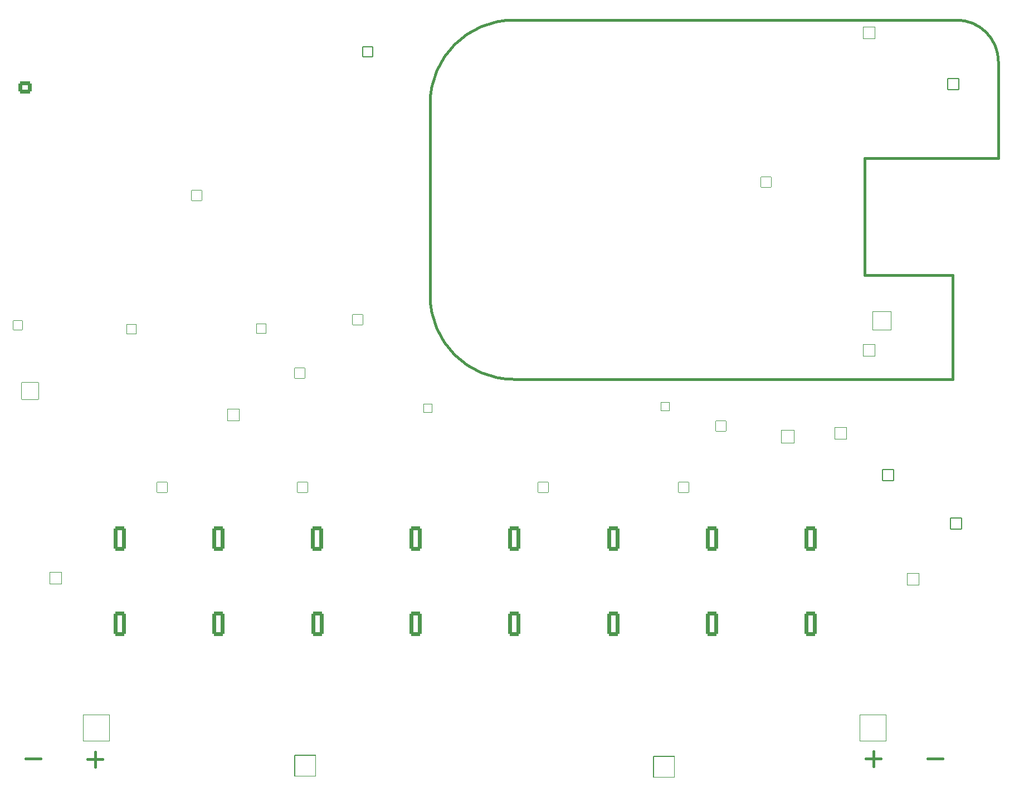
<source format=gbr>
%TF.GenerationSoftware,KiCad,Pcbnew,(6.0.7)*%
%TF.CreationDate,2022-08-24T09:28:26-04:00*%
%TF.ProjectId,BBB_16,4242425f-3136-42e6-9b69-6361645f7063,v2.2*%
%TF.SameCoordinates,Original*%
%TF.FileFunction,Legend,Bot*%
%TF.FilePolarity,Positive*%
%FSLAX46Y46*%
G04 Gerber Fmt 4.6, Leading zero omitted, Abs format (unit mm)*
G04 Created by KiCad (PCBNEW (6.0.7)) date 2022-08-24 09:28:26*
%MOMM*%
%LPD*%
G01*
G04 APERTURE LIST*
G04 Aperture macros list*
%AMRoundRect*
0 Rectangle with rounded corners*
0 $1 Rounding radius*
0 $2 $3 $4 $5 $6 $7 $8 $9 X,Y pos of 4 corners*
0 Add a 4 corners polygon primitive as box body*
4,1,4,$2,$3,$4,$5,$6,$7,$8,$9,$2,$3,0*
0 Add four circle primitives for the rounded corners*
1,1,$1+$1,$2,$3*
1,1,$1+$1,$4,$5*
1,1,$1+$1,$6,$7*
1,1,$1+$1,$8,$9*
0 Add four rect primitives between the rounded corners*
20,1,$1+$1,$2,$3,$4,$5,0*
20,1,$1+$1,$4,$5,$6,$7,0*
20,1,$1+$1,$6,$7,$8,$9,0*
20,1,$1+$1,$8,$9,$2,$3,0*%
G04 Aperture macros list end*
%ADD10C,0.400000*%
%ADD11C,0.381000*%
%ADD12C,1.702000*%
%ADD13C,2.577000*%
%ADD14RoundRect,0.301000X-0.650000X-1.550000X0.650000X-1.550000X0.650000X1.550000X-0.650000X1.550000X0*%
%ADD15O,1.902000X3.702000*%
%ADD16RoundRect,0.051000X1.600000X-1.600000X1.600000X1.600000X-1.600000X1.600000X-1.600000X-1.600000X0*%
%ADD17O,3.302000X3.302000*%
%ADD18RoundRect,0.051000X-0.800000X-0.800000X0.800000X-0.800000X0.800000X0.800000X-0.800000X0.800000X0*%
%ADD19O,1.702000X1.702000*%
%ADD20RoundRect,0.051000X-0.850000X0.850000X-0.850000X-0.850000X0.850000X-0.850000X0.850000X0.850000X0*%
%ADD21O,1.802000X1.802000*%
%ADD22C,3.802000*%
%ADD23C,5.000000*%
%ADD24C,1.802000*%
%ADD25RoundRect,0.051000X-0.900000X0.900000X-0.900000X-0.900000X0.900000X-0.900000X0.900000X0.900000X0*%
%ADD26C,1.902000*%
%ADD27RoundRect,0.051000X-0.900000X-0.900000X0.900000X-0.900000X0.900000X0.900000X-0.900000X0.900000X0*%
%ADD28RoundRect,0.051000X1.400000X1.400000X-1.400000X1.400000X-1.400000X-1.400000X1.400000X-1.400000X0*%
%ADD29O,2.902000X2.902000*%
%ADD30C,2.102000*%
%ADD31RoundRect,0.051000X-0.647700X0.647700X-0.647700X-0.647700X0.647700X-0.647700X0.647700X0.647700X0*%
%ADD32C,1.397400*%
%ADD33RoundRect,0.051000X0.800000X0.800000X-0.800000X0.800000X-0.800000X-0.800000X0.800000X-0.800000X0*%
%ADD34C,3.302000*%
%ADD35RoundRect,0.051000X0.750000X0.750000X-0.750000X0.750000X-0.750000X-0.750000X0.750000X-0.750000X0*%
%ADD36C,1.602000*%
%ADD37RoundRect,0.051000X2.000000X2.000000X-2.000000X2.000000X-2.000000X-2.000000X2.000000X-2.000000X0*%
%ADD38C,4.102000*%
%ADD39RoundRect,0.051000X-2.000000X-2.000000X2.000000X-2.000000X2.000000X2.000000X-2.000000X2.000000X0*%
%ADD40RoundRect,0.051000X0.765000X0.765000X-0.765000X0.765000X-0.765000X-0.765000X0.765000X-0.765000X0*%
%ADD41C,1.632000*%
%ADD42C,4.674000*%
%ADD43RoundRect,0.301000X-0.725000X0.600000X-0.725000X-0.600000X0.725000X-0.600000X0.725000X0.600000X0*%
%ADD44O,2.052000X1.802000*%
%ADD45C,2.006000*%
%ADD46RoundRect,0.051000X-0.850000X-0.850000X0.850000X-0.850000X0.850000X0.850000X-0.850000X0.850000X0*%
%ADD47RoundRect,0.051000X-1.300000X1.300000X-1.300000X-1.300000X1.300000X-1.300000X1.300000X1.300000X0*%
%ADD48C,2.702000*%
%ADD49RoundRect,0.051000X0.700000X-0.700000X0.700000X0.700000X-0.700000X0.700000X-0.700000X-0.700000X0*%
%ADD50C,1.502000*%
%ADD51RoundRect,0.051000X0.800000X-0.800000X0.800000X0.800000X-0.800000X0.800000X-0.800000X-0.800000X0*%
%ADD52RoundRect,0.051000X1.000000X1.000000X-1.000000X1.000000X-1.000000X-1.000000X1.000000X-1.000000X0*%
%ADD53C,1.626000*%
G04 APERTURE END LIST*
D10*
X-126293058Y-20482014D02*
X-124007343Y-20482014D01*
X-116893058Y-20582014D02*
X-114607343Y-20582014D01*
X-115750200Y-19439157D02*
X-115750200Y-21724871D01*
X10806942Y-20482014D02*
X13092657Y-20482014D01*
X1406942Y-20482014D02*
X3692657Y-20482014D01*
X2549800Y-19339157D02*
X2549800Y-21624871D01*
D11*
%TO.C,U1*%
X-64830200Y79108700D02*
X-64830200Y49898700D01*
X21529800Y85458700D02*
X21529800Y84188700D01*
X21529800Y70853700D02*
X21529800Y71234700D01*
X14544800Y52692700D02*
X14544800Y53073700D01*
X1209800Y70853700D02*
X21529800Y70853700D01*
X1209800Y53073700D02*
X1209800Y70853700D01*
X-52130200Y37198700D02*
X14544800Y37198700D01*
X14544800Y53073700D02*
X1209800Y53073700D01*
X-52130200Y91808700D02*
X15179800Y91808700D01*
X14544800Y37198700D02*
X14544800Y52692700D01*
X21529800Y71234700D02*
X21529800Y84188700D01*
X-64830200Y49898700D02*
G75*
G03*
X-52130200Y37198700I12700000J0D01*
G01*
X21529800Y85458700D02*
G75*
G03*
X15179800Y91808700I-6350000J0D01*
G01*
X-52130200Y91808700D02*
G75*
G03*
X-64830200Y79108700I0J-12700000D01*
G01*
%TD*%
%LPC*%
D12*
%TO.C,C4*%
X-61076200Y26479700D03*
X-61076200Y31479700D03*
%TD*%
D13*
%TO.C,F18*%
X-126834600Y-5635100D03*
X-126834600Y-1935100D03*
X-126834600Y2564900D03*
X-126834600Y6264900D03*
%TD*%
D14*
%TO.C,J2*%
X-112017200Y3500D03*
D15*
X-108517200Y3500D03*
X-105017200Y3500D03*
%TD*%
D14*
%TO.C,J5*%
X-82017200Y13003500D03*
D15*
X-78517200Y13003500D03*
X-75017200Y13003500D03*
%TD*%
D14*
%TO.C,J6*%
X-81902858Y3500D03*
D15*
X-78402858Y3500D03*
X-74902858Y3500D03*
%TD*%
D14*
%TO.C,J7*%
X-67017200Y13003500D03*
D15*
X-63517200Y13003500D03*
X-60017200Y13003500D03*
%TD*%
D14*
%TO.C,J8*%
X-67017200Y3500D03*
D15*
X-63517200Y3500D03*
X-60017200Y3500D03*
%TD*%
D14*
%TO.C,J9*%
X-52017200Y13003500D03*
D15*
X-48517200Y13003500D03*
X-45017200Y13003500D03*
%TD*%
D14*
%TO.C,J10*%
X-52017200Y3500D03*
D15*
X-48517200Y3500D03*
X-45017200Y3500D03*
%TD*%
D14*
%TO.C,J11*%
X-37017200Y13003500D03*
D15*
X-33517200Y13003500D03*
X-30017200Y13003500D03*
%TD*%
D14*
%TO.C,J12*%
X-37017200Y3500D03*
D15*
X-33517200Y3500D03*
X-30017200Y3500D03*
%TD*%
D14*
%TO.C,J13*%
X-22017200Y13003500D03*
D15*
X-18517200Y13003500D03*
X-15017200Y13003500D03*
%TD*%
D14*
%TO.C,J14*%
X-22017200Y3500D03*
D15*
X-18517200Y3500D03*
X-15017200Y3500D03*
%TD*%
D14*
%TO.C,J15*%
X-7017200Y13003500D03*
D15*
X-3517200Y13003500D03*
X-17200Y13003500D03*
%TD*%
D14*
%TO.C,J16*%
X-7017200Y3500D03*
D15*
X-3517200Y3500D03*
X-17200Y3500D03*
%TD*%
D13*
%TO.C,F1*%
X-106894600Y-20685100D03*
X-106894600Y-16985100D03*
X-106894600Y-12485100D03*
X-106894600Y-8785100D03*
%TD*%
%TO.C,F7*%
X-65324600Y-20695100D03*
X-65324600Y-16995100D03*
X-65324600Y-12495100D03*
X-65324600Y-8795100D03*
%TD*%
%TO.C,F14*%
X-17564100Y-20760100D03*
X-17564100Y-17060100D03*
X-17564100Y-12560100D03*
X-17564100Y-8860100D03*
%TD*%
D16*
%TO.C,D2*%
X-29269600Y-21701500D03*
D17*
X-29269600Y-9001500D03*
%TD*%
D12*
%TO.C,C3*%
X-24754200Y26479700D03*
X-24754200Y31479700D03*
%TD*%
D13*
%TO.C,F2*%
X-101149600Y-20700100D03*
X-101149600Y-17000100D03*
X-101149600Y-12500100D03*
X-101149600Y-8800100D03*
%TD*%
%TO.C,F6*%
X-71444600Y-20695100D03*
X-71444600Y-16995100D03*
X-71444600Y-12495100D03*
X-71444600Y-8795100D03*
%TD*%
%TO.C,F8*%
X-59324100Y-20695100D03*
X-59324100Y-16995100D03*
X-59324100Y-12495100D03*
X-59324100Y-8795100D03*
%TD*%
%TO.C,F9*%
X-53114600Y-20695100D03*
X-53114600Y-16995100D03*
X-53114600Y-12495100D03*
X-53114600Y-8795100D03*
%TD*%
%TO.C,F10*%
X-47054600Y-20695100D03*
X-47054600Y-16995100D03*
X-47054600Y-12495100D03*
X-47054600Y-8795100D03*
%TD*%
%TO.C,F16*%
X-6388100Y-20760100D03*
X-6388100Y-17060100D03*
X-6388100Y-12560100D03*
X-6388100Y-8860100D03*
%TD*%
%TO.C,F5*%
X-77604600Y-20695100D03*
X-77604600Y-16995100D03*
X-77604600Y-12495100D03*
X-77604600Y-8795100D03*
%TD*%
%TO.C,F3*%
X-95549600Y-20700100D03*
X-95549600Y-17000100D03*
X-95549600Y-12500100D03*
X-95549600Y-8800100D03*
%TD*%
%TO.C,F13*%
X-23269600Y-20760100D03*
X-23269600Y-17060100D03*
X-23269600Y-12560100D03*
X-23269600Y-8860100D03*
%TD*%
D18*
%TO.C,RN1*%
X-105555700Y20789900D03*
D19*
X-103015700Y20789900D03*
X-100475700Y20789900D03*
X-97935700Y20789900D03*
X-95395700Y20789900D03*
X-92855700Y20789900D03*
X-90315700Y20789900D03*
X-87775700Y20789900D03*
%TD*%
D13*
%TO.C,F11*%
X-41174600Y-20695100D03*
X-41174600Y-16995100D03*
X-41174600Y-12495100D03*
X-41174600Y-8795100D03*
%TD*%
D18*
%TO.C,RN3*%
X-47631000Y20789900D03*
D19*
X-45091000Y20789900D03*
X-42551000Y20789900D03*
X-40011000Y20789900D03*
X-37471000Y20789900D03*
X-34931000Y20789900D03*
X-32391000Y20789900D03*
X-29851000Y20789900D03*
%TD*%
D18*
%TO.C,RN4*%
X-26304600Y20789900D03*
D19*
X-23764600Y20789900D03*
X-21224600Y20789900D03*
X-18684600Y20789900D03*
X-16144600Y20789900D03*
X-13604600Y20789900D03*
X-11064600Y20789900D03*
X-8524600Y20789900D03*
%TD*%
D18*
%TO.C,RN2*%
X-84264500Y20789900D03*
D19*
X-81724500Y20789900D03*
X-79184500Y20789900D03*
X-76644500Y20789900D03*
X-74104500Y20789900D03*
X-71564500Y20789900D03*
X-69024500Y20789900D03*
X-66484500Y20789900D03*
%TD*%
D13*
%TO.C,F4*%
X-89949600Y-20700100D03*
X-89949600Y-17000100D03*
X-89949600Y-12500100D03*
X-89949600Y-8800100D03*
%TD*%
D14*
%TO.C,J1*%
X-112017200Y13003500D03*
D15*
X-108517200Y13003500D03*
X-105017200Y13003500D03*
%TD*%
D14*
%TO.C,J3*%
X-97017200Y13003500D03*
D15*
X-93517200Y13003500D03*
X-90017200Y13003500D03*
%TD*%
D14*
%TO.C,J4*%
X-97017200Y3500D03*
D15*
X-93517200Y3500D03*
X-90017200Y3500D03*
%TD*%
D16*
%TO.C,D1*%
X-83784600Y-21565100D03*
D17*
X-83784600Y-8865100D03*
%TD*%
D12*
%TO.C,R1*%
X-114400200Y67503700D03*
D19*
X-114400200Y75123700D03*
%TD*%
D12*
%TO.C,R2*%
X-110700200Y70203700D03*
D19*
X-110700200Y77823700D03*
%TD*%
D20*
%TO.C,J25*%
X14649800Y82103700D03*
D21*
X12109800Y82103700D03*
X9569800Y82103700D03*
X7029800Y82103700D03*
X4489800Y82103700D03*
%TD*%
D13*
%TO.C,F15*%
X-11976100Y-20760100D03*
X-11976100Y-17060100D03*
X-11976100Y-12560100D03*
X-11976100Y-8860100D03*
%TD*%
%TO.C,F12*%
X-35356100Y-20695100D03*
X-35356100Y-16995100D03*
X-35356100Y-12495100D03*
X-35356100Y-8795100D03*
%TD*%
D22*
%TO.C,REF\u002A\u002A*%
X-119689600Y63284900D03*
%TD*%
%TO.C,REF\u002A\u002A*%
X-94589600Y63284900D03*
%TD*%
D23*
%TO.C,J26*%
X-19000200Y66303700D03*
X-42300200Y66303700D03*
D24*
X-34450200Y65803700D03*
X-31950200Y65803700D03*
X-29350200Y65803700D03*
X-26850200Y65803700D03*
%TD*%
D25*
%TO.C,D5*%
X-121747000Y6999500D03*
D26*
X-121747000Y4459500D03*
%TD*%
D25*
%TO.C,D6*%
X8605000Y6772500D03*
D26*
X8605000Y4232500D03*
%TD*%
D22*
%TO.C,REF\u002A\u002A*%
X-119989600Y12484900D03*
%TD*%
D12*
%TO.C,R4*%
X-122178800Y1411500D03*
D19*
X-122178800Y-6208500D03*
%TD*%
D12*
%TO.C,R5*%
X8427200Y1387700D03*
D19*
X8427200Y-6232300D03*
%TD*%
D27*
%TO.C,D4*%
X-94700300Y31807600D03*
D26*
X-92160300Y31807600D03*
%TD*%
D13*
%TO.C,F17*%
X13649800Y-5846300D03*
X13649800Y-2146300D03*
X13649800Y2353700D03*
X13649800Y6053700D03*
%TD*%
D12*
%TO.C,R7*%
X-6273460Y53243000D03*
D19*
X-13893460Y53243000D03*
%TD*%
D12*
%TO.C,C5*%
X-100450200Y62153700D03*
X-105450200Y62153700D03*
%TD*%
D28*
%TO.C,D3*%
X3829800Y46103700D03*
D29*
X-6330200Y46103700D03*
%TD*%
D30*
%TO.C,SW5*%
X-6750200Y83403700D03*
X-13250200Y83403700D03*
X-6750200Y78903700D03*
X-13250200Y78903700D03*
%TD*%
D31*
%TO.C,U4*%
X-29072200Y33083700D03*
D32*
X-31612200Y33083700D03*
X-34152200Y33083700D03*
X-36692200Y33083700D03*
X-39232200Y33083700D03*
X-41772200Y33083700D03*
X-44312200Y33083700D03*
X-46852200Y33083700D03*
X-49392200Y33083700D03*
X-51932200Y33083700D03*
X-51932200Y25463700D03*
X-49392200Y25463700D03*
X-46852200Y25463700D03*
X-44312200Y25463700D03*
X-41772200Y25463700D03*
X-39232200Y25463700D03*
X-36692200Y25463700D03*
X-34152200Y25463700D03*
X-31612200Y25463700D03*
X-29072200Y25463700D03*
%TD*%
D12*
%TO.C,C6*%
X-6191920Y70034500D03*
X-11191920Y70034500D03*
%TD*%
%TO.C,R6*%
X-6273460Y56343000D03*
D19*
X-13893460Y56343000D03*
%TD*%
D18*
%TO.C,U6*%
X-13773460Y67143000D03*
D19*
X-13773460Y64603000D03*
X-13773460Y62063000D03*
X-13773460Y59523000D03*
X-6153460Y59523000D03*
X-6153460Y62063000D03*
X-6153460Y64603000D03*
X-6153460Y67143000D03*
%TD*%
D31*
%TO.C,U3*%
X-65140200Y32829700D03*
D32*
X-67680200Y32829700D03*
X-70220200Y32829700D03*
X-72760200Y32829700D03*
X-75300200Y32829700D03*
X-77840200Y32829700D03*
X-80380200Y32829700D03*
X-82920200Y32829700D03*
X-85460200Y32829700D03*
X-88000200Y32829700D03*
X-88000200Y25209700D03*
X-85460200Y25209700D03*
X-82920200Y25209700D03*
X-80380200Y25209700D03*
X-77840200Y25209700D03*
X-75300200Y25209700D03*
X-72760200Y25209700D03*
X-70220200Y25209700D03*
X-67680200Y25209700D03*
X-65140200Y25209700D03*
%TD*%
D33*
%TO.C,U5*%
X-100300200Y65153700D03*
D19*
X-100300200Y67693700D03*
X-100300200Y70233700D03*
X-100300200Y72773700D03*
X-107920200Y72773700D03*
X-107920200Y70233700D03*
X-107920200Y67693700D03*
X-107920200Y65153700D03*
%TD*%
D30*
%TO.C,SW3*%
X-33250200Y49903700D03*
X-26750200Y49903700D03*
X-26750200Y45403700D03*
X-33250200Y45403700D03*
%TD*%
D34*
%TO.C,J20*%
X-108980200Y51153700D03*
X-120410200Y51153700D03*
D35*
X-110250200Y44803700D03*
D36*
X-111520200Y42263700D03*
X-112790200Y44803700D03*
X-114060200Y42263700D03*
X-115330200Y44803700D03*
X-116600200Y42263700D03*
X-117870200Y44803700D03*
X-119140200Y42263700D03*
%TD*%
D12*
%TO.C,C7*%
X-83450200Y42903700D03*
X-78450200Y42903700D03*
%TD*%
D37*
%TO.C,J17*%
X-115550200Y-15796300D03*
D38*
X-125050200Y-15796300D03*
%TD*%
D39*
%TO.C,J18*%
X2449800Y-15796300D03*
D38*
X11949800Y-15796300D03*
%TD*%
D34*
%TO.C,J21*%
X-89180200Y51253700D03*
X-100610200Y51253700D03*
D35*
X-90450200Y44903700D03*
D36*
X-91720200Y42363700D03*
X-92990200Y44903700D03*
X-94260200Y42363700D03*
X-95530200Y44903700D03*
X-96800200Y42363700D03*
X-98070200Y44903700D03*
X-99340200Y42363700D03*
%TD*%
D33*
%TO.C,RN5*%
X-84650200Y38103700D03*
D19*
X-87190200Y38103700D03*
X-89730200Y38103700D03*
X-92270200Y38103700D03*
X-94810200Y38103700D03*
X-97350200Y38103700D03*
X-99890200Y38103700D03*
X-102430200Y38103700D03*
%TD*%
D33*
%TO.C,U7*%
X-75850200Y46303700D03*
D19*
X-75850200Y48843700D03*
X-75850200Y51383700D03*
X-75850200Y53923700D03*
X-75850200Y56463700D03*
X-75850200Y59003700D03*
X-75850200Y61543700D03*
X-75850200Y64083700D03*
X-83470200Y64083700D03*
X-83470200Y61543700D03*
X-83470200Y59003700D03*
X-83470200Y56463700D03*
X-83470200Y53923700D03*
X-83470200Y51383700D03*
X-83470200Y48843700D03*
X-83470200Y46303700D03*
%TD*%
D40*
%TO.C,J24*%
X-74280200Y86973700D03*
D41*
X-74280200Y84433700D03*
X-76820200Y86973700D03*
X-76820200Y84433700D03*
X-79360200Y86973700D03*
X-79360200Y84433700D03*
X-81900200Y86973700D03*
X-81900200Y84433700D03*
X-84440200Y86973700D03*
X-84440200Y84433700D03*
X-86980200Y86973700D03*
X-86980200Y84433700D03*
X-89520200Y86973700D03*
X-89520200Y84433700D03*
X-92060200Y86973700D03*
X-92060200Y84433700D03*
X-94600200Y86973700D03*
X-94600200Y84433700D03*
X-97140200Y86973700D03*
X-97140200Y84433700D03*
X-99680200Y86973700D03*
X-99680200Y84433700D03*
X-102220200Y86973700D03*
X-102220200Y84433700D03*
%TD*%
D27*
%TO.C,U1*%
X1844800Y41643700D03*
D26*
X1844800Y39103700D03*
X-695200Y41643700D03*
X-695200Y39103700D03*
X-3235200Y41643700D03*
X-3235200Y39103700D03*
X-5775200Y41643700D03*
X-5775200Y39103700D03*
X-8315200Y41643700D03*
X-8315200Y39103700D03*
X-10855200Y41643700D03*
X-10855200Y39103700D03*
X-13395200Y41643700D03*
X-13395200Y39103700D03*
X-15935200Y41643700D03*
X-15935200Y39103700D03*
X-18475200Y41643700D03*
X-18475200Y39103700D03*
X-21015200Y41643700D03*
X-21015200Y39103700D03*
X-23555200Y41643700D03*
X-23555200Y39103700D03*
X-26095200Y41643700D03*
X-26095200Y39103700D03*
X-28635200Y41643700D03*
X-28635200Y39103700D03*
X-31175200Y41643700D03*
X-31175200Y39103700D03*
X-33715200Y41643700D03*
X-33715200Y39103700D03*
X-36255200Y41643700D03*
X-36255200Y39103700D03*
X-38795200Y41643700D03*
X-38795200Y39103700D03*
X-41335200Y41643700D03*
X-41335200Y39103700D03*
X-43875200Y41643700D03*
X-43875200Y39103700D03*
X-46415200Y41643700D03*
X-46415200Y39103700D03*
X-48955200Y41643700D03*
X-48955200Y39103700D03*
X-51495200Y41643700D03*
X-51495200Y39103700D03*
X-54035200Y41643700D03*
X-54035200Y39103700D03*
D27*
X1844800Y89903700D03*
D26*
X1844800Y87363700D03*
X-695200Y89903700D03*
X-695200Y87363700D03*
X-3235200Y89903700D03*
X-3235200Y87363700D03*
X-5775200Y89903700D03*
X-5775200Y87363700D03*
X-8315200Y89903700D03*
X-8315200Y87363700D03*
X-10855200Y89903700D03*
X-10855200Y87363700D03*
X-13395200Y89903700D03*
X-13395200Y87363700D03*
X-15935200Y89903700D03*
X-15935200Y87363700D03*
X-18475200Y89903700D03*
X-18475200Y87363700D03*
X-21015200Y89903700D03*
X-21015200Y87363700D03*
X-23555200Y89903700D03*
X-23555200Y87363700D03*
X-26095200Y89903700D03*
X-26095200Y87363700D03*
X-28635200Y89903700D03*
X-28635200Y87363700D03*
X-31175200Y89903700D03*
X-31175200Y87363700D03*
X-33715200Y89903700D03*
X-33715200Y87363700D03*
X-36255200Y89903700D03*
X-36255200Y87363700D03*
X-38795200Y89903700D03*
X-38795200Y87363700D03*
X-41335200Y89903700D03*
X-41335200Y87363700D03*
X-43875200Y89903700D03*
X-43875200Y87363700D03*
X-46415200Y89903700D03*
X-46415200Y87363700D03*
X-48955200Y89903700D03*
X-48955200Y87363700D03*
X-51495200Y89903700D03*
X-51495200Y87363700D03*
X-54035200Y89903700D03*
X-54035200Y87363700D03*
D42*
X-59115200Y85458700D03*
X6924800Y88633700D03*
X6924800Y40373700D03*
X-59115200Y43548700D03*
%TD*%
D30*
%TO.C,SW2*%
X-26750200Y58003700D03*
X-33250200Y58003700D03*
X-33250200Y53503700D03*
X-26750200Y53503700D03*
%TD*%
%TO.C,SW1*%
X-36850200Y54203700D03*
X-43350200Y54203700D03*
X-36850200Y49703700D03*
X-43350200Y49703700D03*
%TD*%
%TO.C,SW4*%
X-23350200Y54003700D03*
X-16850200Y54003700D03*
X-23350200Y49503700D03*
X-16850200Y49503700D03*
%TD*%
D22*
%TO.C,REF\u002A\u002A*%
X7010400Y12484900D03*
%TD*%
D20*
%TO.C,J23*%
X4749800Y22603700D03*
D21*
X2209800Y22603700D03*
X-330200Y22603700D03*
%TD*%
D43*
%TO.C,J19*%
X-126350200Y81603700D03*
D44*
X-126350200Y79103700D03*
X-126350200Y76603700D03*
X-126350200Y74103700D03*
%TD*%
D45*
%TO.C,J27*%
X14000259Y19998140D03*
X14000259Y23808140D03*
%TD*%
D46*
%TO.C,J28*%
X15049800Y15303700D03*
D21*
X15049800Y12763700D03*
X15049800Y10223700D03*
%TD*%
D34*
%TO.C,S2*%
X-53950200Y49003700D03*
%TD*%
D47*
%TO.C,J22*%
X-125650200Y35403700D03*
D48*
X-125650200Y30403700D03*
X-125650200Y25403700D03*
X-125650200Y20403700D03*
%TD*%
D12*
%TO.C,R9*%
X-106350200Y24703700D03*
D19*
X-113970200Y24703700D03*
%TD*%
D12*
%TO.C,R10*%
X-113950200Y28203700D03*
D19*
X-106330200Y28203700D03*
%TD*%
D49*
%TO.C,SW6*%
X-127450200Y45403700D03*
D50*
X-127450200Y47903700D03*
X-127450200Y50403700D03*
X-124150200Y45403700D03*
X-124150200Y47903700D03*
X-124150200Y50403700D03*
%TD*%
D12*
%TO.C,R3*%
X-104850200Y31903700D03*
D19*
X-97230200Y31903700D03*
%TD*%
D51*
%TO.C,C2*%
X-20600200Y30053700D03*
D12*
X-20600200Y32053700D03*
%TD*%
D52*
%TO.C,C1*%
X-10450200Y28503700D03*
D30*
X-15450200Y28503700D03*
%TD*%
D12*
%TO.C,R8*%
X-128600200Y69353700D03*
D19*
X-128600200Y61733700D03*
%TD*%
D12*
%TO.C,R11*%
X-3960200Y50503700D03*
D19*
X3659800Y50503700D03*
%TD*%
D12*
%TO.C,R12*%
X16049800Y47303700D03*
D19*
X8429800Y47303700D03*
%TD*%
D12*
%TO.C,R13*%
X8449800Y50503700D03*
D19*
X16069800Y50503700D03*
%TD*%
D22*
%TO.C,REF\u002A\u002A*%
X-119689600Y88684900D03*
%TD*%
D25*
%TO.C,U2*%
X-2449700Y28963700D03*
D26*
X-2449700Y31503700D03*
X-2449700Y34043700D03*
D53*
X15330300Y35313700D03*
X15330300Y32773700D03*
X15330300Y30233700D03*
X15330300Y27693700D03*
X11520300Y35545640D03*
X11520300Y32850700D03*
X11520300Y30156700D03*
X11520300Y27461760D03*
%TD*%
M02*

</source>
